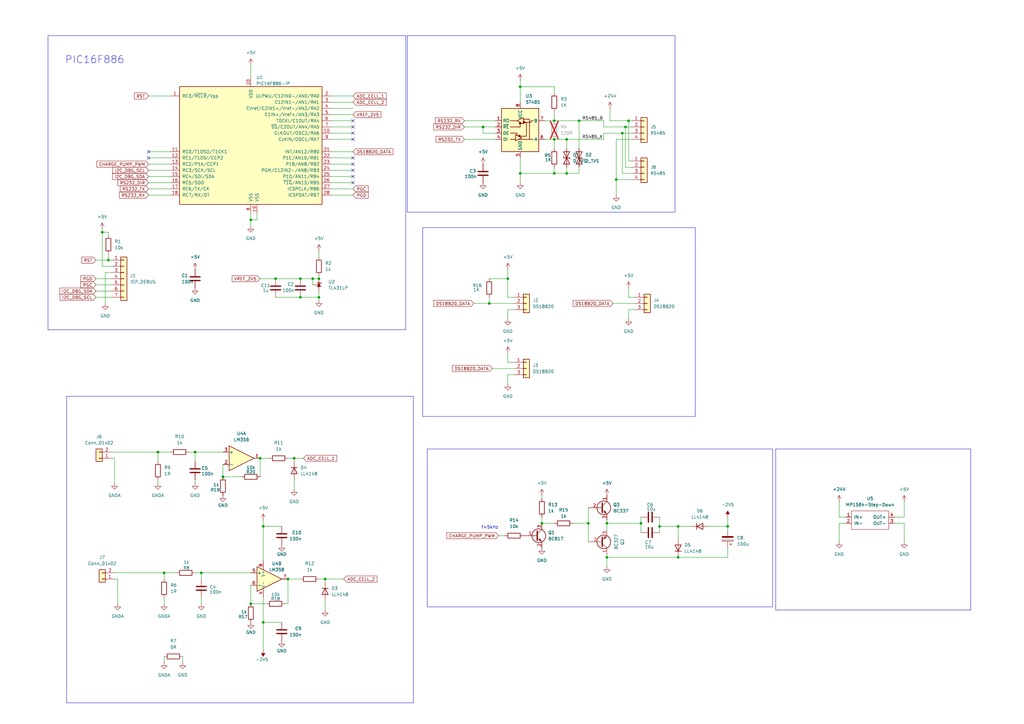
<source format=kicad_sch>
(kicad_sch (version 20231120) (generator "eeschema") (generator_version "8.0")
  (paper "A3")
  (junction (at 106.68 187.96))
  (junction (at 227.33 57.15))
  (junction (at 44.45 106.68))
  (junction (at 237.49 49.53))
  (junction (at 248.92 228.6))
  (junction (at 102.87 247.65))
  (junction (at 262.89 214.63))
  (junction (at 248.92 214.63))
  (junction (at 213.36 35.56))
  (junction (at 64.77 185.42))
  (junction (at 227.33 49.53))
  (junction (at 208.28 114.3))
  (junction (at 278.13 228.6))
  (junction (at 67.31 234.95))
  (junction (at 107.95 215.9))
  (junction (at 118.11 237.49))
  (junction (at 133.35 237.49))
  (junction (at 222.25 214.63))
  (junction (at 252.73 73.66))
  (junction (at 128.27 114.3))
  (junction (at 130.81 114.3))
  (junction (at 91.44 195.58))
  (junction (at 232.41 57.15))
  (junction (at 113.03 114.3))
  (junction (at 298.45 215.9))
  (junction (at 123.19 121.92))
  (junction (at 227.33 71.12))
  (junction (at 213.36 71.12))
  (junction (at 82.55 234.95))
  (junction (at 278.13 215.9))
  (junction (at 200.66 124.46))
  (junction (at 198.12 52.07))
  (junction (at 80.01 185.42))
  (junction (at 102.87 90.17))
  (junction (at 123.19 114.3))
  (junction (at 257.81 49.53))
  (junction (at 241.3 214.63))
  (junction (at 256.54 52.07))
  (junction (at 232.41 71.12))
  (junction (at 130.81 121.92))
  (junction (at 41.91 95.25))
  (junction (at 107.95 255.27))
  (junction (at 255.27 54.61))
  (junction (at 270.51 215.9))
  (junction (at 120.65 187.96))
  (no_connect (at 144.78 64.77))
  (no_connect (at 144.78 54.61))
  (no_connect (at 60.96 62.23))
  (no_connect (at 144.78 67.31))
  (no_connect (at 144.78 52.07))
  (no_connect (at 144.78 49.53))
  (no_connect (at 144.78 57.15))
  (no_connect (at 144.78 69.85))
  (no_connect (at 144.78 74.93))
  (no_connect (at 144.78 72.39))
  (no_connect (at 60.96 64.77))
  (wire (pts (xy 135.89 44.45) (xy 144.78 44.45)))
  (wire (pts (xy 223.52 57.15) (xy 227.33 57.15)))
  (wire (pts (xy 370.84 212.09) (xy 367.03 212.09)))
  (wire (pts (xy 204.47 219.71) (xy 207.01 219.71)))
  (wire (pts (xy 223.52 49.53) (xy 227.33 49.53)))
  (wire (pts (xy 232.41 71.12) (xy 227.33 71.12)))
  (wire (pts (xy 208.28 110.49) (xy 208.28 114.3)))
  (wire (pts (xy 43.18 111.76) (xy 43.18 124.46)))
  (wire (pts (xy 344.17 212.09) (xy 344.17 205.74)))
  (wire (pts (xy 259.08 71.12) (xy 255.27 71.12)))
  (wire (pts (xy 107.95 215.9) (xy 115.57 215.9)))
  (wire (pts (xy 256.54 68.58) (xy 256.54 52.07)))
  (wire (pts (xy 102.87 90.17) (xy 105.41 90.17)))
  (wire (pts (xy 252.73 73.66) (xy 259.08 73.66)))
  (wire (pts (xy 133.35 250.19) (xy 133.35 246.38)))
  (wire (pts (xy 48.26 237.49) (xy 46.99 237.49)))
  (wire (pts (xy 67.31 245.11) (xy 67.31 247.65)))
  (wire (pts (xy 257.81 66.04) (xy 257.81 49.53)))
  (wire (pts (xy 41.91 93.98) (xy 41.91 95.25)))
  (wire (pts (xy 107.95 215.9) (xy 107.95 229.87)))
  (wire (pts (xy 130.81 119.38) (xy 130.81 121.92)))
  (wire (pts (xy 208.28 130.81) (xy 208.28 127)))
  (wire (pts (xy 39.37 116.84) (xy 45.72 116.84)))
  (wire (pts (xy 130.81 121.92) (xy 130.81 123.19)))
  (wire (pts (xy 123.19 114.3) (xy 128.27 114.3)))
  (wire (pts (xy 257.81 127) (xy 260.35 127)))
  (wire (pts (xy 344.17 214.63) (xy 346.71 214.63)))
  (wire (pts (xy 247.65 52.07) (xy 256.54 52.07)))
  (wire (pts (xy 257.81 118.11) (xy 257.81 121.92)))
  (wire (pts (xy 107.95 213.36) (xy 107.95 215.9)))
  (wire (pts (xy 270.51 215.9) (xy 270.51 218.44)))
  (wire (pts (xy 256.54 52.07) (xy 259.08 52.07)))
  (wire (pts (xy 232.41 57.15) (xy 232.41 60.96)))
  (wire (pts (xy 190.5 49.53) (xy 203.2 49.53)))
  (wire (pts (xy 208.28 153.67) (xy 210.82 153.67)))
  (wire (pts (xy 227.33 38.1) (xy 227.33 35.56)))
  (wire (pts (xy 259.08 49.53) (xy 257.81 49.53)))
  (wire (pts (xy 194.31 124.46) (xy 200.66 124.46)))
  (wire (pts (xy 200.66 114.3) (xy 208.28 114.3)))
  (wire (pts (xy 237.49 68.58) (xy 237.49 71.12)))
  (wire (pts (xy 46.99 187.96) (xy 45.72 187.96)))
  (wire (pts (xy 227.33 57.15) (xy 227.33 60.96)))
  (wire (pts (xy 201.93 151.13) (xy 210.82 151.13)))
  (wire (pts (xy 135.89 67.31) (xy 144.78 67.31)))
  (wire (pts (xy 248.92 232.41) (xy 248.92 228.6)))
  (wire (pts (xy 248.92 214.63) (xy 248.92 213.36)))
  (wire (pts (xy 252.73 57.15) (xy 259.08 57.15)))
  (wire (pts (xy 367.03 214.63) (xy 370.84 214.63)))
  (wire (pts (xy 113.03 114.3) (xy 123.19 114.3)))
  (wire (pts (xy 252.73 80.01) (xy 252.73 73.66)))
  (wire (pts (xy 60.96 77.47) (xy 69.85 77.47)))
  (wire (pts (xy 248.92 228.6) (xy 278.13 228.6)))
  (wire (pts (xy 80.01 234.95) (xy 82.55 234.95)))
  (wire (pts (xy 227.33 57.15) (xy 232.41 57.15)))
  (wire (pts (xy 118.11 237.49) (xy 123.19 237.49)))
  (wire (pts (xy 208.28 148.59) (xy 210.82 148.59)))
  (wire (pts (xy 227.33 49.53) (xy 237.49 49.53)))
  (wire (pts (xy 135.89 39.37) (xy 144.78 39.37)))
  (wire (pts (xy 130.81 237.49) (xy 133.35 237.49)))
  (wire (pts (xy 60.96 64.77) (xy 69.85 64.77)))
  (wire (pts (xy 135.89 54.61) (xy 144.78 54.61)))
  (wire (pts (xy 60.96 62.23) (xy 69.85 62.23)))
  (wire (pts (xy 278.13 215.9) (xy 278.13 220.98)))
  (wire (pts (xy 45.72 109.22) (xy 41.91 109.22)))
  (wire (pts (xy 91.44 195.58) (xy 99.06 195.58)))
  (wire (pts (xy 64.77 196.85) (xy 64.77 198.12)))
  (wire (pts (xy 222.25 203.2) (xy 222.25 204.47)))
  (wire (pts (xy 237.49 71.12) (xy 232.41 71.12)))
  (wire (pts (xy 247.65 54.61) (xy 255.27 54.61)))
  (wire (pts (xy 248.92 217.17) (xy 248.92 214.63)))
  (wire (pts (xy 102.87 90.17) (xy 102.87 92.71)))
  (wire (pts (xy 213.36 35.56) (xy 213.36 41.91)))
  (wire (pts (xy 123.19 121.92) (xy 130.81 121.92)))
  (wire (pts (xy 107.95 255.27) (xy 107.95 266.7)))
  (wire (pts (xy 44.45 104.14) (xy 44.45 106.68)))
  (wire (pts (xy 46.99 198.12) (xy 46.99 187.96)))
  (wire (pts (xy 102.87 247.65) (xy 109.22 247.65)))
  (wire (pts (xy 135.89 41.91) (xy 144.78 41.91)))
  (wire (pts (xy 198.12 54.61) (xy 198.12 52.07)))
  (wire (pts (xy 237.49 49.53) (xy 247.65 49.53)))
  (wire (pts (xy 203.2 54.61) (xy 198.12 54.61)))
  (wire (pts (xy 200.66 124.46) (xy 210.82 124.46)))
  (wire (pts (xy 198.12 52.07) (xy 203.2 52.07)))
  (wire (pts (xy 39.37 114.3) (xy 45.72 114.3)))
  (wire (pts (xy 45.72 185.42) (xy 64.77 185.42)))
  (wire (pts (xy 77.47 185.42) (xy 80.01 185.42)))
  (wire (pts (xy 370.84 205.74) (xy 370.84 212.09)))
  (wire (pts (xy 60.96 69.85) (xy 69.85 69.85)))
  (wire (pts (xy 250.19 44.45) (xy 250.19 49.53)))
  (wire (pts (xy 208.28 127) (xy 210.82 127)))
  (wire (pts (xy 113.03 121.92) (xy 123.19 121.92)))
  (wire (pts (xy 135.89 52.07) (xy 144.78 52.07)))
  (wire (pts (xy 290.83 215.9) (xy 298.45 215.9)))
  (wire (pts (xy 102.87 240.03) (xy 102.87 247.65)))
  (wire (pts (xy 257.81 121.92) (xy 260.35 121.92)))
  (wire (pts (xy 248.92 228.6) (xy 248.92 227.33)))
  (wire (pts (xy 251.46 124.46) (xy 260.35 124.46)))
  (wire (pts (xy 69.85 39.37) (xy 60.96 39.37)))
  (wire (pts (xy 130.81 113.03) (xy 130.81 114.3)))
  (wire (pts (xy 41.91 95.25) (xy 41.91 109.22)))
  (wire (pts (xy 46.99 234.95) (xy 67.31 234.95)))
  (wire (pts (xy 107.95 245.11) (xy 107.95 255.27)))
  (wire (pts (xy 135.89 72.39) (xy 144.78 72.39)))
  (wire (pts (xy 135.89 74.93) (xy 144.78 74.93)))
  (wire (pts (xy 128.27 116.84) (xy 128.27 114.3)))
  (wire (pts (xy 259.08 66.04) (xy 257.81 66.04)))
  (wire (pts (xy 135.89 62.23) (xy 144.78 62.23)))
  (wire (pts (xy 370.84 214.63) (xy 370.84 222.25)))
  (wire (pts (xy 262.89 214.63) (xy 262.89 218.44)))
  (wire (pts (xy 232.41 68.58) (xy 232.41 71.12)))
  (wire (pts (xy 45.72 111.76) (xy 43.18 111.76)))
  (wire (pts (xy 135.89 64.77) (xy 144.78 64.77)))
  (wire (pts (xy 237.49 49.53) (xy 237.49 60.96)))
  (wire (pts (xy 208.28 157.48) (xy 208.28 153.67)))
  (wire (pts (xy 208.28 121.92) (xy 210.82 121.92)))
  (wire (pts (xy 60.96 74.93) (xy 69.85 74.93)))
  (wire (pts (xy 80.01 185.42) (xy 91.44 185.42)))
  (wire (pts (xy 44.45 106.68) (xy 45.72 106.68)))
  (wire (pts (xy 120.65 187.96) (xy 120.65 189.23)))
  (wire (pts (xy 128.27 114.3) (xy 130.81 114.3)))
  (wire (pts (xy 118.11 187.96) (xy 120.65 187.96)))
  (wire (pts (xy 298.45 215.9) (xy 298.45 217.17)))
  (wire (pts (xy 67.31 269.24) (xy 67.31 271.78)))
  (wire (pts (xy 298.45 228.6) (xy 298.45 224.79)))
  (wire (pts (xy 227.33 45.72) (xy 227.33 49.53)))
  (wire (pts (xy 227.33 35.56) (xy 213.36 35.56)))
  (wire (pts (xy 135.89 57.15) (xy 144.78 57.15)))
  (wire (pts (xy 252.73 73.66) (xy 252.73 57.15)))
  (wire (pts (xy 232.41 57.15) (xy 247.65 57.15)))
  (wire (pts (xy 82.55 234.95) (xy 102.87 234.95)))
  (wire (pts (xy 208.28 114.3) (xy 208.28 121.92)))
  (wire (pts (xy 106.68 114.3) (xy 113.03 114.3)))
  (wire (pts (xy 208.28 144.78) (xy 208.28 148.59)))
  (wire (pts (xy 67.31 234.95) (xy 72.39 234.95)))
  (wire (pts (xy 48.26 247.65) (xy 48.26 237.49)))
  (wire (pts (xy 107.95 255.27) (xy 115.57 255.27)))
  (wire (pts (xy 82.55 234.95) (xy 82.55 237.49)))
  (wire (pts (xy 133.35 237.49) (xy 140.97 237.49)))
  (wire (pts (xy 278.13 228.6) (xy 298.45 228.6)))
  (wire (pts (xy 227.33 71.12) (xy 213.36 71.12)))
  (wire (pts (xy 120.65 187.96) (xy 124.46 187.96)))
  (wire (pts (xy 227.33 68.58) (xy 227.33 71.12)))
  (wire (pts (xy 278.13 215.9) (xy 283.21 215.9)))
  (wire (pts (xy 257.81 130.81) (xy 257.81 127)))
  (wire (pts (xy 144.78 80.01) (xy 135.89 80.01)))
  (wire (pts (xy 80.01 198.12) (xy 80.01 196.85)))
  (wire (pts (xy 80.01 185.42) (xy 80.01 189.23)))
  (wire (pts (xy 135.89 69.85) (xy 144.78 69.85)))
  (wire (pts (xy 222.25 212.09) (xy 222.25 214.63)))
  (wire (pts (xy 213.36 64.77) (xy 213.36 71.12)))
  (wire (pts (xy 144.78 77.47) (xy 135.89 77.47)))
  (wire (pts (xy 106.68 195.58) (xy 106.68 187.96)))
  (wire (pts (xy 259.08 68.58) (xy 256.54 68.58)))
  (wire (pts (xy 82.55 247.65) (xy 82.55 245.11)))
  (wire (pts (xy 247.65 52.07) (xy 247.65 49.53)))
  (wire (pts (xy 67.31 234.95) (xy 67.31 237.49)))
  (wire (pts (xy 135.89 49.53) (xy 144.78 49.53)))
  (wire (pts (xy 102.87 26.67) (xy 102.87 31.75)))
  (wire (pts (xy 39.37 106.68) (xy 44.45 106.68)))
  (wire (pts (xy 64.77 185.42) (xy 64.77 189.23)))
  (wire (pts (xy 106.68 187.96) (xy 110.49 187.96)))
  (wire (pts (xy 39.37 121.92) (xy 45.72 121.92)))
  (wire (pts (xy 60.96 67.31) (xy 69.85 67.31)))
  (wire (pts (xy 270.51 212.09) (xy 270.51 215.9)))
  (wire (pts (xy 135.89 46.99) (xy 144.78 46.99)))
  (wire (pts (xy 39.37 119.38) (xy 45.72 119.38)))
  (wire (pts (xy 130.81 102.87) (xy 130.81 105.41)))
  (wire (pts (xy 133.35 237.49) (xy 133.35 238.76)))
  (wire (pts (xy 255.27 54.61) (xy 259.08 54.61)))
  (wire (pts (xy 248.92 214.63) (xy 262.89 214.63)))
  (wire (pts (xy 41.91 95.25) (xy 44.45 95.25)))
  (wire (pts (xy 74.93 269.24) (xy 74.93 271.78)))
  (wire (pts (xy 190.5 52.07) (xy 198.12 52.07)))
  (wire (pts (xy 346.71 212.09) (xy 344.17 212.09)))
  (wire (pts (xy 118.11 247.65) (xy 118.11 237.49)))
  (wire (pts (xy 241.3 208.28) (xy 241.3 214.63)))
  (wire (pts (xy 241.3 214.63) (xy 241.3 222.25)))
  (wire (pts (xy 262.89 212.09) (xy 262.89 214.63)))
  (wire (pts (xy 102.87 87.63) (xy 102.87 90.17)))
  (wire (pts (xy 60.96 80.01) (xy 69.85 80.01)))
  (wire (pts (xy 270.51 215.9) (xy 278.13 215.9)))
  (wire (pts (xy 213.36 33.02) (xy 213.36 35.56)))
  (wire (pts (xy 234.95 214.63) (xy 241.3 214.63)))
  (wire (pts (xy 247.65 54.61) (xy 247.65 57.15)))
  (wire (pts (xy 213.36 71.12) (xy 213.36 74.93)))
  (wire (pts (xy 105.41 90.17) (xy 105.41 87.63)))
  (wire (pts (xy 257.81 49.53) (xy 250.19 49.53)))
  (wire (pts (xy 64.77 185.42) (xy 69.85 185.42)))
  (wire (pts (xy 116.84 247.65) (xy 118.11 247.65)))
  (wire (pts (xy 298.45 212.09) (xy 298.45 215.9)))
  (wire (pts (xy 44.45 96.52) (xy 44.45 95.25)))
  (wire (pts (xy 120.65 200.66) (xy 120.65 196.85)))
  (wire (pts (xy 91.44 190.5) (xy 91.44 195.58)))
  (wire (pts (xy 344.17 222.25) (xy 344.17 214.63)))
  (wire (pts (xy 200.66 121.92) (xy 200.66 124.46)))
  (wire (pts (xy 60.96 72.39) (xy 69.85 72.39)))
  (wire (pts (xy 255.27 71.12) (xy 255.27 54.61)))
  (wire (pts (xy 222.25 214.63) (xy 227.33 214.63)))
  (wire (pts (xy 190.5 57.15) (xy 203.2 57.15)))
  (rectangle (start 19.685 14.605) (end 166.37 135.255))
  (rectangle (start 167.005 14.605) (end 276.86 86.995))
  (rectangle (start 27.305 162.56) (end 169.545 288.29))
  (rectangle (start 318.135 184.15) (end 398.145 250.19))
  (rectangle (start 173.355 93.345) (end 285.115 170.815))
  (rectangle (start 175.26 184.15) (end 316.865 248.92))
  (text "f=5kHz" (at 200.914 216.408 0) (effects (font (size 1.27 1.27))))
  (text "PIC16F886" (at 38.862 24.638 0) (effects (font (size 3 3))))
  (label "RS485_B" (at 238.76 49.53 0))
  (label "RS485_A" (at 238.76 57.15 0))
  (global_label "PGC" (shape input) (at 39.37 116.84 180) (property "Intersheetrefs" "${INTERSHEET_REFS}" (effects (hide yes))))
  (global_label "RS232_TX" (shape input) (at 190.5 57.15 180) (property "Intersheetrefs" "${INTERSHEET_REFS}" (effects (hide yes))))
  (global_label "CHARGE_PUMP_PWM" (shape input) (at 204.47 219.71 180) (property "Intersheetrefs" "${INTERSHEET_REFS}" (effects (hide yes))))
  (global_label "PGD" (shape input) (at 144.78 80.01 0) (property "Intersheetrefs" "${INTERSHEET_REFS}" (effects (hide yes))))
  (global_label "RS232_DIR" (shape input) (at 60.96 74.93 180) (property "Intersheetrefs" "${INTERSHEET_REFS}" (effects (hide yes))))
  (global_label "VREF_2V5" (shape input) (at 144.78 46.99 0) (property "Intersheetrefs" "${INTERSHEET_REFS}" (effects (hide yes))))
  (global_label "RS232_TX" (shape input) (at 60.96 77.47 180) (property "Intersheetrefs" "${INTERSHEET_REFS}" (effects (hide yes))))
  (global_label "ADC_CELL_1" (shape input) (at 144.78 39.37 0) (property "Intersheetrefs" "${INTERSHEET_REFS}" (effects (hide yes))))
  (global_label "ADC_CELL_1" (shape input) (at 124.46 187.96 0) (property "Intersheetrefs" "${INTERSHEET_REFS}" (effects (hide yes))))
  (global_label "CHARGE_PUMP_PWM" (shape input) (at 60.96 67.31 180) (property "Intersheetrefs" "${INTERSHEET_REFS}" (effects (hide yes))))
  (global_label "I2C_DBG_SDA" (shape input) (at 60.96 72.39 180) (property "Intersheetrefs" "${INTERSHEET_REFS}" (effects (hide yes))))
  (global_label "ADC_CELL_2" (shape input) (at 144.78 41.91 0) (property "Intersheetrefs" "${INTERSHEET_REFS}" (effects (hide yes))))
  (global_label "DS18B20_DATA" (shape input) (at 251.46 124.46 180) (property "Intersheetrefs" "${INTERSHEET_REFS}" (effects (hide yes))))
  (global_label "I2C_DBG_SCL" (shape input) (at 60.96 69.85 180) (property "Intersheetrefs" "${INTERSHEET_REFS}" (effects (hide yes))))
  (global_label "RST" (shape input) (at 39.37 106.68 180) (property "Intersheetrefs" "${INTERSHEET_REFS}" (effects (hide yes))))
  (global_label "ADC_CELL_2" (shape input) (at 140.97 237.49 0) (property "Intersheetrefs" "${INTERSHEET_REFS}" (effects (hide yes))))
  (global_label "I2C_DBG_SCL" (shape input) (at 39.37 121.92 180) (property "Intersheetrefs" "${INTERSHEET_REFS}" (effects (hide yes))))
  (global_label "DS18B20_DATA" (shape input) (at 194.31 124.46 180) (property "Intersheetrefs" "${INTERSHEET_REFS}" (effects (hide yes))))
  (global_label "VREF_2V5" (shape input) (at 106.68 114.3 180) (property "Intersheetrefs" "${INTERSHEET_REFS}" (effects (hide yes))))
  (global_label "RST" (shape input) (at 60.96 39.37 180) (property "Intersheetrefs" "${INTERSHEET_REFS}" (effects (hide yes))))
  (global_label "PGD" (shape input) (at 39.37 114.3 180) (property "Intersheetrefs" "${INTERSHEET_REFS}" (effects (hide yes))))
  (global_label "I2C_DBG_SDA" (shape input) (at 39.37 119.38 180) (property "Intersheetrefs" "${INTERSHEET_REFS}" (effects (hide yes))))
  (global_label "PGC" (shape input) (at 144.78 77.47 0) (property "Intersheetrefs" "${INTERSHEET_REFS}" (effects (hide yes))))
  (global_label "DS18B20_DATA" (shape input) (at 201.93 151.13 180) (property "Intersheetrefs" "${INTERSHEET_REFS}" (effects (hide yes))))
  (global_label "RS232_RX" (shape input) (at 60.96 80.01 180) (property "Intersheetrefs" "${INTERSHEET_REFS}" (effects (hide yes))))
  (global_label "RS232_RX" (shape input) (at 190.5 49.53 180) (property "Intersheetrefs" "${INTERSHEET_REFS}" (effects (hide yes))))
  (global_label "RS232_DIR" (shape input) (at 190.5 52.07 180) (property "Intersheetrefs" "${INTERSHEET_REFS}" (effects (hide yes))))
  (global_label "DS18B20_DATA" (shape input) (at 144.78 62.23 0) (property "Intersheetrefs" "${INTERSHEET_REFS}" (effects (hide yes))))
  (symbol (lib_id "Device:R") (at 227.33 64.77 0) (unit 1)
    (property "Reference" "R5" (at 223.266 63.754 0) (effects (justify left)))
    (property "Value" "1K" (at 223.52 65.532 0) (effects (justify left)))
    (property "Footprint" "Resistor_SMD:R_0805_2012Metric_Pad1.20x1.40mm_HandSolder" (effects (hide yes)))
    (property "Description" "Resistor" (effects (hide yes)))
  )
  (symbol (lib_id "power:+5V") (at 198.12 67.31 0) (unit 1)
    (property "Reference" "#PWR025" (effects (hide yes)))
    (property "Value" "+5V" (at 198.12 62.23 0))
    (property "Description" "Power symbol creates a global label with name \"+5V\"" (effects (hide yes)))
  )
  (symbol (lib_id "power:+5V") (at 107.95 213.36 0) (unit 1)
    (property "Reference" "#PWR017" (effects (hide yes)))
    (property "Value" "+5V" (at 107.95 208.28 0))
    (property "Description" "Power symbol creates a global label with name \"+5V\"" (effects (hide yes)))
  )
  (symbol (lib_id "power:GND") (at 80.01 118.11 0) (unit 1)
    (property "Reference" "#PWR010" (effects (hide yes)))
    (property "Value" "GND" (at 80.01 123.19 0))
    (property "Description" "Power symbol creates a global label with name \"GND\" , ground" (effects (hide yes)))
  )
  (symbol (lib_id "power:GND") (at 80.01 198.12 0) (unit 1)
    (property "Reference" "#PWR011" (effects (hide yes)))
    (property "Value" "GND" (at 80.01 203.2 0))
    (property "Description" "Power symbol creates a global label with name \"GND\" , ground" (effects (hide yes)))
  )
  (symbol (lib_id "Device:R") (at 222.25 208.28 180) (unit 1)
    (property "Reference" "R13" (at 224.79 207.0099 0) (effects (justify right)))
    (property "Value" "1k" (at 224.79 209.5499 0) (effects (justify right)))
    (property "Footprint" "Resistor_SMD:R_0805_2012Metric_Pad1.20x1.40mm_HandSolder" (effects (hide yes)))
    (property "Description" "Resistor" (effects (hide yes)))
  )
  (symbol (lib_id "My-Lib:MP1584-Step-Down") (at 349.25 209.55 0) (unit 1)
    (property "Reference" "U5" (at 356.87 204.47 0))
    (property "Value" "MP1584-Step-Down" (at 356.87 207.01 0))
    (property "Footprint" "My-Footprints-converters-modules:MP1584_Mini_3A_Step_Down_Conv" (effects (hide yes)))
  )
  (symbol (lib_id "Device:R") (at 76.2 234.95 90) (unit 1)
    (property "Reference" "R8" (at 76.454 232.918 90))
    (property "Value" "1k" (at 76.454 230.632 90))
    (property "Footprint" "Resistor_SMD:R_0805_2012Metric_Pad1.20x1.40mm_HandSolder" (effects (hide yes)))
    (property "Description" "Resistor" (effects (hide yes)))
  )
  (symbol (lib_id "Device:D_TVS") (at 237.49 64.77 90) (unit 1)
    (property "Reference" "D2" (at 240.03 63.4999 90) (effects (justify right)))
    (property "Value" "D_TVS" (at 240.03 66.0399 90) (effects (justify right)))
    (property "Footprint" "Diode_SMD:D_SMA" (effects (hide yes)))
    (property "Description" "Bidirectional transient-voltage-suppression diode" (effects (hide yes)))
  )
  (symbol (lib_id "power:GNDA") (at 64.77 198.12 0) (unit 1)
    (property "Reference" "#PWR05" (effects (hide yes)))
    (property "Value" "GNDA" (at 64.77 203.2 0))
    (property "Description" "Power symbol creates a global label with name \"GNDA\" , analog ground" (effects (hide yes)))
  )
  (symbol (lib_id "power:GND") (at 82.55 247.65 0) (unit 1)
    (property "Reference" "#PWR012" (effects (hide yes)))
    (property "Value" "GND" (at 82.55 252.73 0))
    (property "Description" "Power symbol creates a global label with name \"GND\" , ground" (effects (hide yes)))
  )
  (symbol (lib_id "Device:R") (at 91.44 199.39 0) (mirror x) (unit 1)
    (property "Reference" "R19" (at 90.17 200.914 0) (effects (justify right)))
    (property "Value" "1k" (at 89.916 198.882 0) (effects (justify right)))
    (property "Footprint" "Resistor_SMD:R_0805_2012Metric_Pad1.20x1.40mm_HandSolder" (effects (hide yes)))
    (property "Description" "Resistor" (effects (hide yes)))
  )
  (symbol (lib_id "Connector_Generic:Conn_01x04") (at 264.16 52.07 0) (unit 1)
    (property "Reference" "J5" (at 266.7 52.0699 0) (effects (justify left)))
    (property "Value" "RS485" (at 266.7 54.6099 0) (effects (justify left)))
    (property "Footprint" "Connector_JST:JST_XA_B04B-XASK-1_1x04_P2.50mm_Vertical" (effects (hide yes)))
    (property "Description" "Generic connector, single row, 01x04, script generated (kicad-library-utils/schlib/autogen/connector/)" (effects (hide yes)))
  )
  (symbol (lib_id "Diode:LL4148") (at 133.35 242.57 270) (unit 1)
    (property "Reference" "D3" (at 135.89 241.2999 90) (effects (justify left)))
    (property "Value" "LL4148" (at 135.89 243.8399 90) (effects (justify left)))
    (property "Footprint" "Diode_SMD:D_MiniMELF" (effects (hide yes)))
    (property "Datasheet" "http://www.vishay.com/docs/85557/ll4148.pdf" (effects (hide yes)))
    (property "Description" "100V 0.15A standard switching diode, MiniMELF" (effects (hide yes)))
    (property "Sim.Device" "D" (effects (hide yes)))
    (property "Sim.Pins" "1=K 2=A" (effects (hide yes)))
  )
  (symbol (lib_id "Interface_UART:ST485EBDR") (at 213.36 52.07 0) (unit 1)
    (property "Reference" "U3" (at 215.5541 39.37 0) (effects (justify left)))
    (property "Value" "ST485" (at 215.5541 41.91 0) (effects (justify left)))
    (property "Footprint" "Package_SO:SOIC-8_3.9x4.9mm_P1.27mm" (effects (hide yes)))
    (property "Datasheet" "http://www.st.com/resource/en/datasheet/st485eb.pdf" (effects (hide yes)))
    (property "Description" "Half duplex RS-485/RS-422, 5 Mbps, ±15kV electro-static discharge (ESD) protection, no slew-rate, with low-power shutdown, with receiver/driver enable, 256 transceiver on the bus - 40 to 85 °C, SOIC-8" (effects (hide yes)))
  )
  (symbol (lib_id "Device:C_Polarized") (at 298.45 220.98 180) (unit 1)
    (property "Reference" "C8" (at 302.26 220.5989 0) (effects (justify right)))
    (property "Value" "100u" (at 302.26 223.1389 0) (effects (justify right)))
    (property "Footprint" "Capacitor_THT:CP_Radial_D5.0mm_P2.50mm" (effects (hide yes)))
    (property "Description" "Polarized capacitor" (effects (hide yes)))
  )
  (symbol (lib_id "Connector_Generic:Conn_01x02") (at 41.91 237.49 180) (unit 1)
    (property "Reference" "J7" (at 41.91 228.6 0))
    (property "Value" "Conn_01x02" (at 41.91 231.14 0))
    (property "Footprint" "Connector_JST:JST_XA_B02B-XASK-1_1x02_P2.50mm_Vertical" (effects (hide yes)))
    (property "Description" "Generic connector, single row, 01x02, script generated (kicad-library-utils/schlib/autogen/connector/)" (effects (hide yes)))
  )
  (symbol (lib_id "power:GND") (at 198.12 74.93 0) (unit 1)
    (property "Reference" "#PWR026" (effects (hide yes)))
    (property "Value" "GND" (at 198.12 80.01 0))
    (property "Description" "Power symbol creates a global label with name \"GND\" , ground" (effects (hide yes)))
  )
  (symbol (lib_id "power:+24V") (at 344.17 205.74 0) (unit 1)
    (property "Reference" "#PWR042" (effects (hide yes)))
    (property "Value" "+24V" (at 344.17 200.66 0))
    (property "Description" "Power symbol creates a global label with name \"+24V\"" (effects (hide yes)))
  )
  (symbol (lib_id "power:GND") (at 257.81 130.81 0) (unit 1)
    (property "Reference" "#PWR040" (effects (hide yes)))
    (property "Value" "GND" (at 257.81 135.89 0))
    (property "Description" "Power symbol creates a global label with name \"GND\" , ground" (effects (hide yes)))
  )
  (symbol (lib_id "Transistor_BJT:BC817") (at 219.71 219.71 0) (unit 1)
    (property "Reference" "Q1" (at 224.79 218.4399 0) (effects (justify left)))
    (property "Value" "BC817" (at 224.79 220.9799 0) (effects (justify left)))
    (property "Footprint" "Package_TO_SOT_SMD:SOT-23" (effects (hide yes)))
    (property "Datasheet" "https://www.onsemi.com/pub/Collateral/BC818-D.pdf" (effects (hide yes)))
    (property "Description" "0.8A Ic, 45V Vce, NPN Transistor, SOT-23" (effects (hide yes)))
  )
  (symbol (lib_id "power:+5V") (at 222.25 203.2 0) (unit 1)
    (property "Reference" "#PWR033" (effects (hide yes)))
    (property "Value" "+5V" (at 222.25 198.12 0))
    (property "Description" "Power symbol creates a global label with name \"+5V\"" (effects (hide yes)))
  )
  (symbol (lib_id "Device:C") (at 123.19 118.11 0) (unit 1)
    (property "Reference" "C2" (at 117.856 116.586 0) (effects (justify left)))
    (property "Value" "100n" (at 115.824 119.126 0) (effects (justify left)))
    (property "Footprint" "Capacitor_SMD:C_0805_2012Metric_Pad1.18x1.45mm_HandSolder" (effects (hide yes)))
    (property "Description" "Unpolarized capacitor" (effects (hide yes)))
  )
  (symbol (lib_id "Device:R") (at 73.66 185.42 90) (unit 1)
    (property "Reference" "R10" (at 73.66 179.07 90))
    (property "Value" "1k" (at 73.66 181.61 90))
    (property "Footprint" "Resistor_SMD:R_0805_2012Metric_Pad1.20x1.40mm_HandSolder" (effects (hide yes)))
    (property "Description" "Resistor" (effects (hide yes)))
  )
  (symbol (lib_id "Connector_Generic:Conn_01x03") (at 215.9 124.46 0) (unit 1)
    (property "Reference" "J2" (at 218.44 123.1899 0) (effects (justify left)))
    (property "Value" "DS18B20" (at 218.44 125.7299 0) (effects (justify left)))
    (property "Footprint" "Connector_JST:JST_XA_B03B-XASK-1_1x03_P2.50mm_Vertical" (effects (hide yes)))
    (property "Description" "Generic connector, single row, 01x03, script generated (kicad-library-utils/schlib/autogen/connector/)" (effects (hide yes)))
  )
  (symbol (lib_id "Device:R") (at 210.82 219.71 90) (unit 1)
    (property "Reference" "R14" (at 210.82 213.36 90))
    (property "Value" "10k" (at 210.82 215.9 90))
    (property "Footprint" "Resistor_SMD:R_0805_2012Metric_Pad1.20x1.40mm_HandSolder" (effects (hide yes)))
    (property "Description" "Resistor" (effects (hide yes)))
  )
  (symbol (lib_id "Device:R") (at 127 237.49 90) (unit 1)
    (property "Reference" "R12" (at 127 231.14 90))
    (property "Value" "1k" (at 127 233.68 90))
    (property "Footprint" "Resistor_SMD:R_0805_2012Metric_Pad1.20x1.40mm_HandSolder" (effects (hide yes)))
    (property "Description" "Resistor" (effects (hide yes)))
  )
  (symbol (lib_id "power:+5V") (at 370.84 205.74 0) (unit 1)
    (property "Reference" "#PWR044" (effects (hide yes)))
    (property "Value" "+5V" (at 370.84 200.66 0))
    (property "Description" "Power symbol creates a global label with name \"+5V\"" (effects (hide yes)))
  )
  (symbol (lib_id "power:GND") (at 370.84 222.25 0) (unit 1)
    (property "Reference" "#PWR045" (effects (hide yes)))
    (property "Value" "GND" (at 370.84 227.33 0))
    (property "Description" "Power symbol creates a global label with name \"GND\" , ground" (effects (hide yes)))
  )
  (symbol (lib_id "power:+5V") (at 208.28 144.78 0) (unit 1)
    (property "Reference" "#PWR029" (effects (hide yes)))
    (property "Value" "+5V" (at 208.28 139.7 0))
    (property "Description" "Power symbol creates a global label with name \"+5V\"" (effects (hide yes)))
  )
  (symbol (lib_id "Device:R") (at 44.45 100.33 0) (unit 1)
    (property "Reference" "R1" (at 46.99 99.0599 0) (effects (justify left)))
    (property "Value" "10k" (at 46.99 101.5999 0) (effects (justify left)))
    (property "Footprint" "Resistor_SMD:R_0805_2012Metric_Pad1.20x1.40mm_HandSolder" (effects (hide yes)))
    (property "Description" "Resistor" (effects (hide yes)))
  )
  (symbol (lib_id "power:+24V") (at 250.19 44.45 0) (unit 1)
    (property "Reference" "#PWR037" (effects (hide yes)))
    (property "Value" "+24V" (at 250.19 39.37 0))
    (property "Description" "Power symbol creates a global label with name \"+24V\"" (effects (hide yes)))
  )
  (symbol (lib_id "power:GND") (at 115.57 223.52 0) (unit 1)
    (property "Reference" "#PWR019" (effects (hide yes)))
    (property "Value" "GND" (at 115.57 227.33 0))
    (property "Description" "Power symbol creates a global label with name \"GND\" , ground" (effects (hide yes)))
  )
  (symbol (lib_id "power:GND") (at 252.73 80.01 0) (unit 1)
    (property "Reference" "#PWR038" (effects (hide yes)))
    (property "Value" "GND" (at 252.73 85.09 0))
    (property "Description" "Power symbol creates a global label with name \"GND\" , ground" (effects (hide yes)))
  )
  (symbol (lib_id "Device:C") (at 80.01 114.3 0) (unit 1)
    (property "Reference" "C1" (at 74.422 113.03 0) (effects (justify left)))
    (property "Value" "100n" (at 74.422 115.57 0) (effects (justify left)))
    (property "Footprint" "Capacitor_SMD:C_0805_2012Metric_Pad1.18x1.45mm_HandSolder" (effects (hide yes)))
    (property "Description" "Unpolarized capacitor" (effects (hide yes)))
  )
  (symbol (lib_id "Amplifier_Operational:LM358") (at 110.49 237.49 0) (unit 2)
    (property "Reference" "U4" (at 113.538 231.14 0))
    (property "Value" "LM358" (at 113.538 233.68 0))
    (property "Footprint" "Package_DIP:DIP-8_W7.62mm_LongPads" (effects (hide yes)))
    (property "Datasheet" "http://www.ti.com/lit/ds/symlink/lm2904-n.pdf" (effects (hide yes)))
    (property "Description" "Low-Power, Dual Operational Amplifiers, DIP-8/SOIC-8/TO-99-8" (effects (hide yes)))
  )
  (symbol (lib_id "power:-2V5") (at 107.95 266.7 180) (unit 1)
    (property "Reference" "#PWR018" (effects (hide yes)))
    (property "Value" "-2V5" (at 107.442 270.51 0))
    (property "Description" "Power symbol creates a global label with name \"-2V5\"" (effects (hide yes)))
  )
  (symbol (lib_id "Device:C") (at 115.57 219.71 0) (mirror y) (unit 1)
    (property "Reference" "C10" (at 123.698 218.44 0) (effects (justify left)))
    (property "Value" "100n" (at 123.698 220.98 0) (effects (justify left)))
    (property "Footprint" "Capacitor_SMD:C_0805_2012Metric_Pad1.18x1.45mm_HandSolder" (effects (hide yes)))
    (property "Description" "Unpolarized capacitor" (effects (hide yes)))
  )
  (symbol (lib_id "power:GND") (at 115.57 262.89 0) (unit 1)
    (property "Reference" "#PWR020" (effects (hide yes)))
    (property "Value" "GND" (at 115.57 266.954 0))
    (property "Description" "Power symbol creates a global label with name \"GND\" , ground" (effects (hide yes)))
  )
  (symbol (lib_id "power:+5V") (at 248.92 203.2 0) (unit 1)
    (property "Reference" "#PWR035" (effects (hide yes)))
    (property "Value" "+5V" (at 248.92 198.12 0))
    (property "Description" "Power symbol creates a global label with name \"+5V\"" (effects (hide yes)))
  )
  (symbol (lib_id "power:GNDA") (at 67.31 271.78 0) (unit 1)
    (property "Reference" "#PWR07" (effects (hide yes)))
    (property "Value" "GNDA" (at 67.31 276.86 0))
    (property "Description" "Power symbol creates a global label with name \"GNDA\" , analog ground" (effects (hide yes)))
  )
  (symbol (lib_id "Connector_Generic:Conn_01x02") (at 40.64 187.96 180) (unit 1)
    (property "Reference" "J6" (at 40.64 179.07 0))
    (property "Value" "Conn_01x02" (at 40.64 181.61 0))
    (property "Footprint" "Connector_JST:JST_XA_B02B-XASK-1_1x02_P2.50mm_Vertical" (effects (hide yes)))
    (property "Description" "Generic connector, single row, 01x02, script generated (kicad-library-utils/schlib/autogen/connector/)" (effects (hide yes)))
  )
  (symbol (lib_id "power:GND") (at 43.18 124.46 0) (unit 1)
    (property "Reference" "#PWR02" (effects (hide yes)))
    (property "Value" "GND" (at 43.18 129.54 0))
    (property "Description" "Power symbol creates a global label with name \"GND\" , ground" (effects (hide yes)))
  )
  (symbol (lib_id "Connector_Generic:Conn_01x07") (at 50.8 114.3 0) (unit 1)
    (property "Reference" "J1" (at 53.34 113.0299 0) (effects (justify left)))
    (property "Value" "ICP_DEBUG" (at 53.34 115.5699 0) (effects (justify left)))
    (property "Footprint" "Connector_PinHeader_2.54mm:PinHeader_1x07_P2.54mm_Vertical" (effects (hide yes)))
    (property "Description" "Generic connector, single row, 01x07, script generated (kicad-library-utils/schlib/autogen/connector/)" (effects (hide yes)))
  )
  (symbol (lib_id "Reference_Voltage:TL431LP") (at 130.81 116.84 90) (unit 1)
    (property "Reference" "U2" (at 134.62 115.5699 90) (effects (justify right)))
    (property "Value" "TL431LP" (at 134.62 118.1099 90) (effects (justify right)))
    (property "Footprint" "My-Footprints:TO-92_Inline_LITTLE_BIGGER" (effects (hide yes)))
    (property "Datasheet" "http://www.ti.com/lit/ds/symlink/tl431.pdf" (effects (hide yes)))
    (property "Description" "Shunt Regulator, TO-92" (effects (hide yes)))
  )
  (symbol (lib_id "Device:R") (at 227.33 41.91 0) (unit 1)
    (property "Reference" "R3" (at 229.87 40.6399 0) (effects (justify left)))
    (property "Value" "1K" (at 229.87 43.1799 0) (effects (justify left)))
    (property "Footprint" "Resistor_SMD:R_0805_2012Metric_Pad1.20x1.40mm_HandSolder" (effects (hide yes)))
    (property "Description" "Resistor" (effects (hide yes)))
  )
  (symbol (lib_id "Device:R") (at 67.31 241.3 0) (unit 1)
    (property "Reference" "R6" (at 69.85 240.0299 0) (effects (justify left)))
    (property "Value" "1R" (at 69.85 242.5699 0) (effects (justify left)))
    (property "Footprint" "Resistor_SMD:R_0805_2012Metric_Pad1.20x1.40mm_HandSolder" (effects (hide yes)))
    (property "Description" "Resistor" (effects (hide yes)))
  )
  (symbol (lib_id "Device:C") (at 198.12 71.12 0) (unit 1)
    (property "Reference" "C3" (at 192.532 70.104 0) (effects (justify left)))
    (property "Value" "100n" (at 190.5 72.39 0) (effects (justify left)))
    (property "Footprint" "Capacitor_SMD:C_0805_2012Metric_Pad1.18x1.45mm_HandSolder" (effects (hide yes)))
    (property "Description" "Unpolarized capacitor" (effects (hide yes)))
  )
  (symbol (lib_id "Amplifier_Operational:LM358") (at 110.49 237.49 0) (unit 3)
    (property "Reference" "U4" (effects (hide yes)))
    (property "Value" "LM358" (effects (hide yes)))
    (property "Footprint" "Package_DIP:DIP-8_W7.62mm_LongPads" (effects (hide yes)))
    (property "Datasheet" "http://www.ti.com/lit/ds/symlink/lm2904-n.pdf" (effects (hide yes)))
    (property "Description" "Low-Power, Dual Operational Amplifiers, DIP-8/SOIC-8/TO-99-8" (effects (hide yes)))
  )
  (symbol (lib_id "power:-2V5") (at 298.45 212.09 0) (unit 1)
    (property "Reference" "#PWR041" (effects (hide yes)))
    (property "Value" "-2V5" (at 298.45 207.01 0))
    (property "Description" "Power symbol creates a global label with name \"-2V5\"" (effects (hide yes)))
  )
  (symbol (lib_id "Device:R") (at 227.33 53.34 0) (unit 1) (dnp yes)
    (property "Reference" "R4" (at 229.87 52.0699 0) (effects (justify left)))
    (property "Value" "120R" (at 229.87 54.6099 0) (effects (justify left)))
    (property "Footprint" "Resistor_SMD:R_0805_2012Metric_Pad1.20x1.40mm_HandSolder" (effects (hide yes)))
    (property "Description" "Resistor" (effects (hide yes)))
  )
  (symbol (lib_id "power:GND") (at 102.87 92.71 0) (unit 1)
    (property "Reference" "#PWR015" (effects (hide yes)))
    (property "Value" "GND" (at 102.87 97.79 0))
    (property "Description" "Power symbol creates a global label with name \"GND\" , ground" (effects (hide yes)))
  )
  (symbol (lib_id "power:+5V") (at 130.81 102.87 0) (unit 1)
    (property "Reference" "#PWR022" (effects (hide yes)))
    (property "Value" "+5V" (at 130.81 97.79 0))
    (property "Description" "Power symbol creates a global label with name \"+5V\"" (effects (hide yes)))
  )
  (symbol (lib_id "Connector_Generic:Conn_01x03") (at 215.9 151.13 0) (unit 1)
    (property "Reference" "J3" (at 218.44 149.8599 0) (effects (justify left)))
    (property "Value" "DS18B20" (at 218.44 152.3999 0) (effects (justify left)))
    (property "Footprint" "Connector_JST:JST_XA_B03B-XASK-1_1x03_P2.50mm_Vertical" (effects (hide yes)))
    (property "Description" "Generic connector, single row, 01x03, script generated (kicad-library-utils/schlib/autogen/connector/)" (effects (hide yes)))
  )
  (symbol (lib_id "Diode:LL4148") (at 287.02 215.9 0) (unit 1)
    (property "Reference" "D6" (at 287.02 209.55 0))
    (property "Value" "LL4148" (at 287.02 212.09 0))
    (property "Footprint" "Diode_THT:D_DO-35_SOD27_P7.62mm_Horizontal" (effects (hide yes)))
    (property "Datasheet" "http://www.vishay.com/docs/85557/ll4148.pdf" (effects (hide yes)))
    (property "Description" "100V 0.15A standard switching diode, MiniMELF" (effects (hide yes)))
    (property "Sim.Device" "D" (effects (hide yes)))
    (property "Sim.Pins" "1=K 2=A" (effects (hide yes)))
  )
  (symbol (lib_id "Device:C") (at 80.01 193.04 0) (mirror y) (unit 1)
    (property "Reference" "C5" (at 85.344 192.024 0) (effects (justify left)))
    (property "Value" "100n" (at 87.63 194.31 0) (effects (justify left)))
    (property "Footprint" "Capacitor_SMD:C_0805_2012Metric_Pad1.18x1.45mm_HandSolder" (effects (hide yes)))
    (property "Description" "Unpolarized capacitor" (effects (hide yes)))
  )
  (symbol (lib_id "power:GND") (at 130.81 123.19 0) (unit 1)
    (property "Reference" "#PWR023" (effects (hide yes)))
    (property "Value" "GND" (at 130.81 128.27 0))
    (property "Description" "Power symbol creates a global label with name \"GND\" , ground" (effects (hide yes)))
  )
  (symbol (lib_id "Diode:LL4148") (at 120.65 193.04 270) (unit 1)
    (property "Reference" "D4" (at 123.19 191.7699 90) (effects (justify left)))
    (property "Value" "LL4148" (at 123.19 194.3099 90) (effects (justify left)))
    (property "Footprint" "Diode_SMD:D_MiniMELF" (effects (hide yes)))
    (property "Datasheet" "http://www.vishay.com/docs/85557/ll4148.pdf" (effects (hide yes)))
    (property "Description" "100V 0.15A standard switching diode, MiniMELF" (effects (hide yes)))
    (property "Sim.Device" "D" (effects (hide yes)))
    (property "Sim.Pins" "1=K 2=A" (effects (hide yes)))
  )
  (symbol (lib_id "Device:C") (at 113.03 118.11 0) (unit 1)
    (property "Reference" "C11" (at 106.934 117.094 0) (effects (justify left)))
    (property "Value" "1u" (at 107.696 119.126 0) (effects (justify left)))
    (property "Footprint" "Capacitor_SMD:C_0805_2012Metric_Pad1.18x1.45mm_HandSolder" (effects (hide yes)))
    (property "Description" "Unpolarized capacitor" (effects (hide yes)))
  )
  (symbol (lib_id "power:GND") (at 222.25 224.79 0) (unit 1)
    (property "Reference" "#PWR034" (effects (hide yes)))
    (property "Value" "GND" (at 222.25 229.87 0))
    (property "Description" "Power symbol creates a global label with name \"GND\" , ground" (effects (hide yes)))
  )
  (symbol (lib_id "Device:R") (at 130.81 109.22 0) (unit 1)
    (property "Reference" "R2" (at 133.35 107.9499 0) (effects (justify left)))
    (property "Value" "1k" (at 133.35 110.4899 0) (effects (justify left)))
    (property "Footprint" "Resistor_SMD:R_0805_2012Metric_Pad1.20x1.40mm_HandSolder" (effects (hide yes)))
    (property "Description" "Resistor" (effects (hide yes)))
  )
  (symbol (lib_id "Amplifier_Operational:LM358") (at 99.06 187.96 0) (unit 1)
    (property "Reference" "U4" (at 99.06 177.8 0))
    (property "Value" "LM358" (at 99.06 180.34 0))
    (property "Footprint" "Package_DIP:DIP-8_W7.62mm_LongPads" (effects (hide yes)))
    (property "Datasheet" "http://www.ti.com/lit/ds/symlink/lm2904-n.pdf" (effects (hide yes)))
    (property "Description" "Low-Power, Dual Operational Amplifiers, DIP-8/SOIC-8/TO-99-8" (effects (hide yes)))
  )
  (symbol (lib_id "MCU_Microchip_PIC16:PIC16F886-IP") (at 102.87 59.69 0) (unit 1)
    (property "Reference" "U1" (at 105.0641 31.75 0) (effects (justify left)))
    (property "Value" "PIC16F886-IP" (at 105.0641 34.29 0) (effects (justify left)))
    (property "Footprint" "Package_SO:SOIC-28W_7.5x17.9mm_P1.27mm" (effects (hide yes)))
    (property "Datasheet" "http://ww1.microchip.com/downloads/en/DeviceDoc/41291D.pdf" (effects (hide yes)))
    (property "Description" "8K Flash, 256B SRAM, 256B EEPROM, XLP, DIP28" (effects (hide yes)))
  )
  (symbol (lib_id "power:GND") (at 208.28 130.81 0) (unit 1)
    (property "Reference" "#PWR028" (effects (hide yes)))
    (property "Value" "GND" (at 208.28 135.89 0))
    (property "Description" "Power symbol creates a global label with name \"GND\" , ground" (effects (hide yes)))
  )
  (symbol (lib_id "Device:R") (at 200.66 118.11 0) (unit 1)
    (property "Reference" "R16" (at 193.802 117.094 0) (effects (justify left)))
    (property "Value" "1K" (at 194.056 118.872 0) (effects (justify left)))
    (property "Footprint" "Resistor_SMD:R_0805_2012Metric_Pad1.20x1.40mm_HandSolder" (effects (hide yes)))
    (property "Description" "Resistor" (effects (hide yes)))
  )
  (symbol (lib_id "Transistor_BJT:BC337") (at 246.38 208.28 0) (unit 1)
    (property "Reference" "Q3" (at 251.46 207.0099 0) (effects (justify left)))
    (property "Value" "BC337" (at 251.46 209.5499 0) (effects (justify left)))
    (property "Footprint" "Package_TO_SOT_THT:TO-92_Inline" (effects (hide yes)))
    (property "Datasheet" "https://diotec.com/tl_files/diotec/files/pdf/datasheets/bc337.pdf" (effects (hide yes)))
    (property "Description" "0.8A Ic, 45V Vce, NPN Transistor, TO-92" (effects (hide yes)))
  )
  (symbol (lib_id "power:+5V") (at 213.36 33.02 0) (unit 1)
    (property "Reference" "#PWR031" (effects (hide yes)))
    (property "Value" "+5V" (at 213.36 27.94 0))
    (property "Description" "Power symbol creates a global label with name \"+5V\"" (effects (hide yes)))
  )
  (symbol (lib_id "power:GND") (at 133.35 250.19 0) (unit 1)
    (property "Reference" "#PWR024" (effects (hide yes)))
    (property "Value" "GND" (at 133.35 255.27 0))
    (property "Description" "Power symbol creates a global label with name \"GND\" , ground" (effects (hide yes)))
  )
  (symbol (lib_id "Device:C") (at 115.57 259.08 0) (mirror y) (unit 1)
    (property "Reference" "C9" (at 123.698 257.81 0) (effects (justify left)))
    (property "Value" "100n" (at 123.698 260.35 0) (effects (justify left)))
    (property "Footprint" "Capacitor_SMD:C_0805_2012Metric_Pad1.18x1.45mm_HandSolder" (effects (hide yes)))
    (property "Description" "Unpolarized capacitor" (effects (hide yes)))
  )
  (symbol (lib_id "power:GND") (at 248.92 232.41 0) (unit 1)
    (property "Reference" "#PWR036" (effects (hide yes)))
    (property "Value" "GND" (at 248.92 237.49 0))
    (property "Description" "Power symbol creates a global label with name \"GND\" , ground" (effects (hide yes)))
  )
  (symbol (lib_id "power:GND") (at 208.28 157.48 0) (unit 1)
    (property "Reference" "#PWR030" (effects (hide yes)))
    (property "Value" "GND" (at 208.28 162.56 0))
    (property "Description" "Power symbol creates a global label with name \"GND\" , ground" (effects (hide yes)))
  )
  (symbol (lib_id "power:GNDA") (at 46.99 198.12 0) (unit 1)
    (property "Reference" "#PWR03" (effects (hide yes)))
    (property "Value" "GNDA" (at 46.99 203.2 0))
    (property "Description" "Power symbol creates a global label with name \"GNDA\" , analog ground" (effects (hide yes)))
  )
  (symbol (lib_id "Transistor_BJT:BC327") (at 246.38 222.25 0) (mirror x) (unit 1)
    (property "Reference" "Q2" (at 255.27 222.25 90))
    (property "Value" "BC327" (at 252.73 222.25 90))
    (property "Footprint" "Package_TO_SOT_THT:TO-92_Inline" (effects (hide yes)))
    (property "Datasheet" "http://www.onsemi.com/pub_link/Collateral/BC327-D.PDF" (effects (hide yes)))
    (property "Description" "0.8A Ic, 45V Vce, PNP Transistor, TO-92" (effects (hide yes)))
  )
  (symbol (lib_id "Device:C") (at 266.7 218.44 90) (unit 1)
    (property "Reference" "C7" (at 267.208 222.504 90) (effects (justify left)))
    (property "Value" "10u" (at 268.224 224.282 90) (effects (justify left)))
    (property "Footprint" "Capacitor_SMD:C_1206_3216Metric_Pad1.33x1.80mm_HandSolder" (effects (hide yes)))
    (property "Description" "Unpolarized capacitor" (effects (hide yes)))
  )
  (symbol (lib_id "Device:R") (at 102.87 195.58 270) (unit 1)
    (property "Reference" "R20" (at 102.87 193.548 90))
    (property "Value" "10k" (at 102.87 191.77 90))
    (property "Footprint" "Resistor_SMD:R_0805_2012Metric_Pad1.20x1.40mm_HandSolder" (effects (hide yes)))
    (property "Description" "Resistor" (effects (hide yes)))
  )
  (symbol (lib_id "Diode:LL4148") (at 278.13 224.79 90) (unit 1)
    (property "Reference" "D5" (at 280.67 223.5199 90) (effects (justify right)))
    (property "Value" "LL4148" (at 280.67 226.0599 90) (effects (justify right)))
    (property "Footprint" "Diode_THT:D_DO-35_SOD27_P7.62mm_Horizontal" (effects (hide yes)))
    (property "Datasheet" "http://www.vishay.com/docs/85557/ll4148.pdf" (effects (hide yes)))
    (property "Description" "100V 0.15A standard switching diode, MiniMELF" (effects (hide yes)))
    (property "Sim.Device" "D" (effects (hide yes)))
    (property "Sim.Pins" "1=K 2=A" (effects (hide yes)))
  )
  (symbol (lib_id "power:GNDA") (at 67.31 247.65 0) (unit 1)
    (property "Reference" "#PWR06" (effects (hide yes)))
    (property "Value" "GNDA" (at 67.31 252.73 0))
    (property "Description" "Power symbol creates a global label with name \"GNDA\" , analog ground" (effects (hide yes)))
  )
  (symbol (lib_id "power:+5V") (at 102.87 26.67 0) (unit 1)
    (property "Reference" "#PWR014" (effects (hide yes)))
    (property "Value" "+5V" (at 102.87 21.59 0))
    (property "Description" "Power symbol creates a global label with name \"+5V\"" (effects (hide yes)))
  )
  (symbol (lib_id "Device:R") (at 71.12 269.24 90) (unit 1)
    (property "Reference" "R7" (at 71.12 262.89 90))
    (property "Value" "0R" (at 71.12 265.43 90))
    (property "Footprint" "Resistor_SMD:R_0805_2012Metric_Pad1.20x1.40mm_HandSolder" (effects (hide yes)))
    (property "Description" "Resistor" (effects (hide yes)))
  )
  (symbol (lib_id "power:GND") (at 91.44 203.2 0) (unit 1)
    (property "Reference" "#PWR013" (effects (hide yes)))
    (property "Value" "GND" (at 91.44 207.264 0))
    (property "Description" "Power symbol creates a global label with name \"GND\" , ground" (effects (hide yes)))
  )
  (symbol (lib_id "Device:R") (at 102.87 251.46 0) (mirror x) (unit 1)
    (property "Reference" "R17" (at 101.6 252.984 0) (effects (justify right)))
    (property "Value" "1k" (at 101.346 250.952 0) (effects (justify right)))
    (property "Footprint" "Resistor_SMD:R_0805_2012Metric_Pad1.20x1.40mm_HandSolder" (effects (hide yes)))
    (property "Description" "Resistor" (effects (hide yes)))
  )
  (symbol (lib_id "Device:R") (at 64.77 193.04 0) (unit 1)
    (property "Reference" "R9" (at 67.31 191.7699 0) (effects (justify left)))
    (property "Value" "1R" (at 67.31 194.3099 0) (effects (justify left)))
    (property "Footprint" "Resistor_SMD:R_0805_2012Metric_Pad1.20x1.40mm_HandSolder" (effects (hide yes)))
    (property "Description" "Resistor" (effects (hide yes)))
  )
  (symbol (lib_id "power:GND") (at 344.17 222.25 0) (unit 1)
    (property "Reference" "#PWR043" (effects (hide yes)))
    (property "Value" "GND" (at 344.17 227.33 0))
    (property "Description" "Power symbol creates a global label with name \"GND\" , ground" (effects (hide yes)))
  )
  (symbol (lib_id "Device:D_TVS") (at 232.41 64.77 90) (unit 1)
    (property "Reference" "D1" (at 234.95 63.4999 90) (effects (justify right)))
    (property "Value" "D_TVS" (at 234.95 66.0399 90) (effects (justify right)))
    (property "Footprint" "Diode_SMD:D_SMA" (effects (hide yes)))
    (property "Description" "Bidirectional transient-voltage-suppression diode" (effects (hide yes)))
  )
  (symbol (lib_id "Device:R") (at 113.03 247.65 270) (unit 1)
    (property "Reference" "R18" (at 113.03 245.618 90))
    (property "Value" "10k" (at 113.03 243.84 90))
    (property "Footprint" "Resistor_SMD:R_0805_2012Metric_Pad1.20x1.40mm_HandSolder" (effects (hide yes)))
    (property "Description" "Resistor" (effects (hide yes)))
  )
  (symbol (lib_id "power:GND") (at 120.65 200.66 0) (unit 1)
    (property "Reference" "#PWR021" (effects (hide yes)))
    (property "Value" "GND" (at 120.65 205.74 0))
    (property "Description" "Power symbol creates a global label with name \"GND\" , ground" (effects (hide yes)))
  )
  (symbol (lib_id "Device:C") (at 266.7 212.09 90) (unit 1)
    (property "Reference" "C6" (at 267.97 207.01 90) (effects (justify left)))
    (property "Value" "10u" (at 268.986 208.788 90) (effects (justify left)))
    (property "Footprint" "Capacitor_SMD:C_1206_3216Metric_Pad1.33x1.80mm_HandSolder" (effects (hide yes)))
    (property "Description" "Unpolarized capacitor" (effects (hide yes)))
  )
  (symbol (lib_id "power:+5V") (at 80.01 110.49 0) (unit 1)
    (property "Reference" "#PWR09" (effects (hide yes)))
    (property "Value" "+5V" (at 80.01 105.41 0))
    (property "Description" "Power symbol creates a global label with name \"+5V\"" (effects (hide yes)))
  )
  (symbol (lib_id "Device:R") (at 231.14 214.63 270) (unit 1)
    (property "Reference" "R15" (at 231.14 209.1532 90))
    (property "Value" "1k" (at 231.14 211.6932 90))
    (property "Footprint" "Resistor_SMD:R_0805_2012Metric_Pad1.20x1.40mm_HandSolder" (effects (hide yes)))
    (property "Description" "Resistor" (effects (hide yes)))
  )
  (symbol (lib_id "power:GND") (at 213.36 74.93 0) (unit 1)
    (property "Reference" "#PWR032" (effects (hide yes)))
    (property "Value" "GND" (at 213.36 80.01 0))
    (property "Description" "Power symbol creates a global label with name \"GND\" , ground" (effects (hide yes)))
  )
  (symbol (lib_id "Device:C") (at 82.55 241.3 0) (mirror y) (unit 1)
    (property "Reference" "C4" (at 88.646 240.792 0) (effects (justify left)))
    (property "Value" "100n" (at 90.932 242.824 0) (effects (justify left)))
    (property "Footprint" "Capacitor_SMD:C_0805_2012Metric_Pad1.18x1.45mm_HandSolder" (effects (hide yes)))
    (property "Description" "Unpolarized capacitor" (effects (hide yes)))
  )
  (symbol (lib_id "Connector_Generic:Conn_01x04") (at 264.16 68.58 0) (unit 1)
    (property "Reference" "J8" (at 266.7 68.5799 0) (effects (justify left)))
    (property "Value" "RS485" (at 266.7 71.1199 0) (effects (justify left)))
    (property "Footprint" "My-Footprints-connectors:PinHeader_1x04_P2.54mm_Vertical_littleBigger" (effects (hide yes)))
    (property "Description" "Generic connector, single row, 01x04, script generated (kicad-library-utils/schlib/autogen/connector/)" (effects (hide yes)))
  )
  (symbol (lib_id "Device:R") (at 114.3 187.96 90) (unit 1)
    (property "Reference" "R11" (at 114.3 181.61 90))
    (property "Value" "1k" (at 114.3 184.15 90))
    (property "Footprint" "Resistor_SMD:R_0805_2012Metric_Pad1.20x1.40mm_HandSolder" (effects (hide yes)))
    (property "Description" "Resistor" (effects (hide yes)))
  )
  (symbol (lib_id "Connector_Generic:Conn_01x03") (at 265.43 124.46 0) (unit 1)
    (property "Reference" "J4" (at 267.97 123.1899 0) (effects (justify left)))
    (property "Value" "DS18B20" (at 267.97 125.7299 0) (effects (justify left)))
    (property "Footprint" "Connector_JST:JST_XA_B03B-XASK-1_1x03_P2.50mm_Vertical" (effects (hide yes)))
    (property "Description" "Generic connector, single row, 01x03, script generated (kicad-library-utils/schlib/autogen/connector/)" (effects (hide yes)))
  )
  (symbol (lib_id "power:GNDA") (at 48.26 247.65 0) (unit 1)
    (property "Reference" "#PWR04" (effects (hide yes)))
    (property "Value" "GNDA" (at 48.26 252.73 0))
    (property "Description" "Power symbol creates a global label with name \"GNDA\" , analog ground" (effects (hide yes)))
  )
  (symbol (lib_id "power:GND") (at 74.93 271.78 0) (unit 1)
    (property "Reference" "#PWR08" (effects (hide yes)))
    (property "Value" "GND" (at 74.93 276.86 0))
    (property "Description" "Power symbol creates a global label with name \"GND\" , ground" (effects (hide yes)))
  )
  (symbol (lib_id "power:+5V") (at 41.91 93.98 0) (unit 1)
    (property "Reference" "#PWR01" (effects (hide yes)))
    (property "Value" "+5V" (at 41.91 88.9 0))
    (property "Description" "Power symbol creates a global label with name \"+5V\"" (effects (hide yes)))
  )
  (symbol (lib_id "power:+5V") (at 208.28 110.49 0) (unit 1)
    (property "Reference" "#PWR027" (effects (hide yes)))
    (property "Value" "+5V" (at 208.28 105.41 0))
    (property "Description" "Power symbol creates a global label with name \"+5V\"" (effects (hide yes)))
  )
  (symbol (lib_id "power:+5V") (at 257.81 118.11 0) (unit 1)
    (property "Reference" "#PWR039" (effects (hide yes)))
    (property "Value" "+5V" (at 257.81 113.03 0))
    (property "Description" "Power symbol creates a global label with name \"+5V\"" (effects (hide yes)))
  )
  (symbol (lib_id "power:GND") (at 102.87 255.27 0) (unit 1)
    (property "Reference" "#PWR016" (effects (hide yes)))
    (property "Value" "GND" (at 102.87 259.334 0))
    (property "Description" "Power symbol creates a global label with name \"GND\" , ground" (effects (hide yes)))
  )
)
</source>
